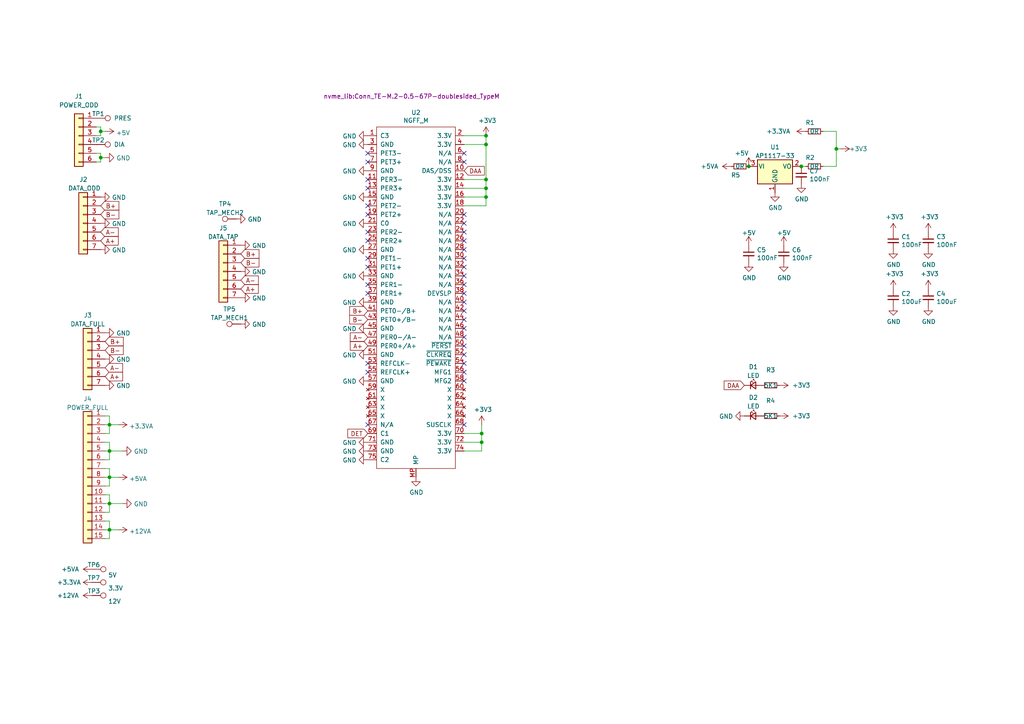
<source format=kicad_sch>
(kicad_sch (version 20230121) (generator eeschema)
  (paper "A4")
  (lib_symbols
    (symbol "Connector:TestPoint" (pin_numbers hide) (pin_names (offset 0.762) hide)
      (property "Reference" "TP" (at 0 6.858 0))
      (property "Value" "TestPoint" (at 0 5.08 0))
      (symbol "TestPoint_0_1"
        (circle (center 0 3.302) (radius 0.762))
      )
      (symbol "TestPoint_1_1"
        (pin passive line (at 0 0 90) (length 2.54) (name "1") (number "1"))
      )
    )
    (symbol "Connector_Generic:Conn_01x06" (pin_names (offset 1.016) hide)
      (property "Reference" "J" (at 0 7.62 0))
      (property "Value" "Conn_01x06" (at 0 -10.16 0))
      (symbol "Conn_01x06_1_1"
        (rectangle (start -1.27 -7.493) (end 0 -7.747) (stroke (width 0.1524)))
        (rectangle (start -1.27 -4.953) (end 0 -5.207) (stroke (width 0.1524)))
        (rectangle (start -1.27 -2.413) (end 0 -2.667) (stroke (width 0.1524)))
        (rectangle (start -1.27 0.127) (end 0 -0.127) (stroke (width 0.1524)))
        (rectangle (start -1.27 2.667) (end 0 2.413) (stroke (width 0.1524)))
        (rectangle (start -1.27 5.207) (end 0 4.953) (stroke (width 0.1524)))
        (rectangle (start -1.27 6.35) (end 1.27 -8.89) (stroke (width 0.254)) (fill (type background)))
        (pin passive line (at -5.08 5.08 0) (length 3.81) (name "Pin_1") (number "1"))
        (pin passive line (at -5.08 2.54 0) (length 3.81) (name "Pin_2") (number "2"))
        (pin passive line (at -5.08 0 0) (length 3.81) (name "Pin_3") (number "3"))
        (pin passive line (at -5.08 -2.54 0) (length 3.81) (name "Pin_4") (number "4"))
        (pin passive line (at -5.08 -5.08 0) (length 3.81) (name "Pin_5") (number "5"))
        (pin passive line (at -5.08 -7.62 0) (length 3.81) (name "Pin_6") (number "6"))
      )
    )
    (symbol "Connector_Generic:Conn_01x07" (pin_names (offset 1.016) hide)
      (property "Reference" "J" (at 0 10.16 0))
      (property "Value" "Conn_01x07" (at 0 -10.16 0))
      (symbol "Conn_01x07_1_1"
        (rectangle (start -1.27 -7.493) (end 0 -7.747) (stroke (width 0.1524)))
        (rectangle (start -1.27 -4.953) (end 0 -5.207) (stroke (width 0.1524)))
        (rectangle (start -1.27 -2.413) (end 0 -2.667) (stroke (width 0.1524)))
        (rectangle (start -1.27 0.127) (end 0 -0.127) (stroke (width 0.1524)))
        (rectangle (start -1.27 2.667) (end 0 2.413) (stroke (width 0.1524)))
        (rectangle (start -1.27 5.207) (end 0 4.953) (stroke (width 0.1524)))
        (rectangle (start -1.27 7.747) (end 0 7.493) (stroke (width 0.1524)))
        (rectangle (start -1.27 8.89) (end 1.27 -8.89) (stroke (width 0.254)) (fill (type background)))
        (pin passive line (at -5.08 7.62 0) (length 3.81) (name "Pin_1") (number "1"))
        (pin passive line (at -5.08 5.08 0) (length 3.81) (name "Pin_2") (number "2"))
        (pin passive line (at -5.08 2.54 0) (length 3.81) (name "Pin_3") (number "3"))
        (pin passive line (at -5.08 0 0) (length 3.81) (name "Pin_4") (number "4"))
        (pin passive line (at -5.08 -2.54 0) (length 3.81) (name "Pin_5") (number "5"))
        (pin passive line (at -5.08 -5.08 0) (length 3.81) (name "Pin_6") (number "6"))
        (pin passive line (at -5.08 -7.62 0) (length 3.81) (name "Pin_7") (number "7"))
      )
    )
    (symbol "Connector_Generic:Conn_01x15" (pin_names (offset 1.016) hide)
      (property "Reference" "J" (at 0 20.32 0))
      (property "Value" "Conn_01x15" (at 0 -20.32 0))
      (symbol "Conn_01x15_1_1"
        (rectangle (start -1.27 -17.653) (end 0 -17.907) (stroke (width 0.1524)))
        (rectangle (start -1.27 -15.113) (end 0 -15.367) (stroke (width 0.1524)))
        (rectangle (start -1.27 -12.573) (end 0 -12.827) (stroke (width 0.1524)))
        (rectangle (start -1.27 -10.033) (end 0 -10.287) (stroke (width 0.1524)))
        (rectangle (start -1.27 -7.493) (end 0 -7.747) (stroke (width 0.1524)))
        (rectangle (start -1.27 -4.953) (end 0 -5.207) (stroke (width 0.1524)))
        (rectangle (start -1.27 -2.413) (end 0 -2.667) (stroke (width 0.1524)))
        (rectangle (start -1.27 0.127) (end 0 -0.127) (stroke (width 0.1524)))
        (rectangle (start -1.27 2.667) (end 0 2.413) (stroke (width 0.1524)))
        (rectangle (start -1.27 5.207) (end 0 4.953) (stroke (width 0.1524)))
        (rectangle (start -1.27 7.747) (end 0 7.493) (stroke (width 0.1524)))
        (rectangle (start -1.27 10.287) (end 0 10.033) (stroke (width 0.1524)))
        (rectangle (start -1.27 12.827) (end 0 12.573) (stroke (width 0.1524)))
        (rectangle (start -1.27 15.367) (end 0 15.113) (stroke (width 0.1524)))
        (rectangle (start -1.27 17.907) (end 0 17.653) (stroke (width 0.1524)))
        (rectangle (start -1.27 19.05) (end 1.27 -19.05) (stroke (width 0.254)) (fill (type background)))
        (pin passive line (at -5.08 17.78 0) (length 3.81) (name "Pin_1") (number "1"))
        (pin passive line (at -5.08 -5.08 0) (length 3.81) (name "Pin_10") (number "10"))
        (pin passive line (at -5.08 -7.62 0) (length 3.81) (name "Pin_11") (number "11"))
        (pin passive line (at -5.08 -10.16 0) (length 3.81) (name "Pin_12") (number "12"))
        (pin passive line (at -5.08 -12.7 0) (length 3.81) (name "Pin_13") (number "13"))
        (pin passive line (at -5.08 -15.24 0) (length 3.81) (name "Pin_14") (number "14"))
        (pin passive line (at -5.08 -17.78 0) (length 3.81) (name "Pin_15") (number "15"))
        (pin passive line (at -5.08 15.24 0) (length 3.81) (name "Pin_2") (number "2"))
        (pin passive line (at -5.08 12.7 0) (length 3.81) (name "Pin_3") (number "3"))
        (pin passive line (at -5.08 10.16 0) (length 3.81) (name "Pin_4") (number "4"))
        (pin passive line (at -5.08 7.62 0) (length 3.81) (name "Pin_5") (number "5"))
        (pin passive line (at -5.08 5.08 0) (length 3.81) (name "Pin_6") (number "6"))
        (pin passive line (at -5.08 2.54 0) (length 3.81) (name "Pin_7") (number "7"))
        (pin passive line (at -5.08 0 0) (length 3.81) (name "Pin_8") (number "8"))
        (pin passive line (at -5.08 -2.54 0) (length 3.81) (name "Pin_9") (number "9"))
      )
    )
    (symbol "Device:C_Small" (pin_numbers hide) (pin_names (offset 0.254) hide)
      (property "Reference" "C" (at 0.254 1.778 0))
      (property "Value" "C_Small" (at 0.254 -2.032 0))
      (symbol "C_Small_0_1"
        (polyline (pts (xy -1.524 -0.508) (xy 1.524 -0.508)) (stroke (width 0.3302)))
        (polyline (pts (xy -1.524 0.508) (xy 1.524 0.508)) (stroke (width 0.3048)))
      )
      (symbol "C_Small_1_1"
        (pin passive line (at 0 2.54 270) (length 2.032) (name "~") (number "1"))
        (pin passive line (at 0 -2.54 90) (length 2.032) (name "~") (number "2"))
      )
    )
    (symbol "Device:LED_Small" (pin_numbers hide) (pin_names (offset 0.254) hide)
      (property "Reference" "D" (at -1.27 3.175 0))
      (property "Value" "LED_Small" (at -4.445 -2.54 0))
      (symbol "LED_Small_0_1"
        (polyline (pts (xy -0.762 -1.016) (xy -0.762 1.016)) (stroke (width 0.254)))
        (polyline (pts (xy 1.016 0) (xy -0.762 0)))
        (polyline (pts (xy 0.762 -1.016) (xy -0.762 0) (xy 0.762 1.016) (xy 0.762 -1.016)) (stroke (width 0.254)))
        (polyline (pts (xy 0 0.762) (xy -0.508 1.27) (xy -0.254 1.27) (xy -0.508 1.27) (xy -0.508 1.016)))
        (polyline (pts (xy 0.508 1.27) (xy 0 1.778) (xy 0.254 1.778) (xy 0 1.778) (xy 0 1.524)))
      )
      (symbol "LED_Small_1_1"
        (pin passive line (at -2.54 0 0) (length 1.778) (name "K") (number "1"))
        (pin passive line (at 2.54 0 180) (length 1.778) (name "A") (number "2"))
      )
    )
    (symbol "Device:R_Small" (pin_numbers hide) (pin_names (offset 0.254) hide)
      (property "Reference" "R" (at 0.762 0.508 0))
      (property "Value" "R_Small" (at 0.762 -1.016 0))
      (symbol "R_Small_0_1"
        (rectangle (start -0.762 1.778) (end 0.762 -1.778) (stroke (width 0.2032)))
      )
      (symbol "R_Small_1_1"
        (pin passive line (at 0 2.54 270) (length 0.762) (name "~") (number "1"))
        (pin passive line (at 0 -2.54 90) (length 0.762) (name "~") (number "2"))
      )
    )
    (symbol "Regulator_Linear:AP1117-33" (pin_names (offset 0.254))
      (property "Reference" "U" (at -3.81 3.175 0))
      (property "Value" "AP1117-33" (at 0 3.175 0))
      (symbol "AP1117-33_0_1"
        (rectangle (start -5.08 -5.08) (end 5.08 1.905) (stroke (width 0.254)) (fill (type background)))
      )
      (symbol "AP1117-33_1_1"
        (pin power_in line (at 0 -7.62 90) (length 2.54) (name "GND") (number "1"))
        (pin power_out line (at 7.62 0 180) (length 2.54) (name "VO") (number "2"))
        (pin power_in line (at -7.62 0 0) (length 2.54) (name "VI") (number "3"))
      )
    )
    (symbol "nvme:NGFF_M" (pin_names (offset 1.016))
      (property "Reference" "U2" (at 0 38.481 0))
      (property "Value" "NGFF_M" (at 0 36.1696 0))
      (property "Footprint" "nvme_lib:Conn_TE-M.2-0.5-67P-doublesided_TypeM" (at 0 0 0))
      (symbol "NGFF_M_0_1"
        (rectangle (start -11.43 34.29) (end 11.43 -64.77))
      )
      (symbol "NGFF_M_1_1"
        (pin input line (at -13.97 31.75 0) (length 2.54) (name "C3") (number "1"))
        (pin input line (at 13.97 21.59 180) (length 2.54) (name "DAS/DSS") (number "10"))
        (pin input line (at -13.97 19.05 0) (length 2.54) (name "PER3-") (number "11"))
        (pin input line (at 13.97 19.05 180) (length 2.54) (name "3.3V") (number "12"))
        (pin input line (at -13.97 16.51 0) (length 2.54) (name "PER3+") (number "13"))
        (pin input line (at 13.97 16.51 180) (length 2.54) (name "3.3V") (number "14"))
        (pin input line (at -13.97 13.97 0) (length 2.54) (name "GND") (number "15"))
        (pin input line (at 13.97 13.97 180) (length 2.54) (name "3.3V") (number "16"))
        (pin input line (at -13.97 11.43 0) (length 2.54) (name "PET2-") (number "17"))
        (pin input line (at 13.97 11.43 180) (length 2.54) (name "3.3V") (number "18"))
        (pin input line (at -13.97 8.89 0) (length 2.54) (name "PET2+") (number "19"))
        (pin input line (at 13.97 31.75 180) (length 2.54) (name "3.3V") (number "2"))
        (pin input line (at 13.97 8.89 180) (length 2.54) (name "N/A") (number "20"))
        (pin input line (at -13.97 6.35 0) (length 2.54) (name "C0") (number "21"))
        (pin input line (at 13.97 6.35 180) (length 2.54) (name "N/A") (number "22"))
        (pin input line (at -13.97 3.81 0) (length 2.54) (name "PER2-") (number "23"))
        (pin input line (at 13.97 3.81 180) (length 2.54) (name "N/A") (number "24"))
        (pin input line (at -13.97 1.27 0) (length 2.54) (name "PER2+") (number "25"))
        (pin input line (at 13.97 1.27 180) (length 2.54) (name "N/A") (number "26"))
        (pin input line (at -13.97 -1.27 0) (length 2.54) (name "GND") (number "27"))
        (pin input line (at 13.97 -1.27 180) (length 2.54) (name "N/A") (number "28"))
        (pin input line (at -13.97 -3.81 0) (length 2.54) (name "PET1-") (number "29"))
        (pin input line (at -13.97 29.21 0) (length 2.54) (name "GND") (number "3"))
        (pin input line (at 13.97 -3.81 180) (length 2.54) (name "N/A") (number "30"))
        (pin input line (at -13.97 -6.35 0) (length 2.54) (name "PET1+") (number "31"))
        (pin input line (at 13.97 -6.35 180) (length 2.54) (name "N/A") (number "32"))
        (pin input line (at -13.97 -8.89 0) (length 2.54) (name "GND") (number "33"))
        (pin input line (at 13.97 -8.89 180) (length 2.54) (name "N/A") (number "34"))
        (pin input line (at -13.97 -11.43 0) (length 2.54) (name "PER1-") (number "35"))
        (pin input line (at 13.97 -11.43 180) (length 2.54) (name "N/A") (number "36"))
        (pin input line (at -13.97 -13.97 0) (length 2.54) (name "PER1+") (number "37"))
        (pin input line (at 13.97 -13.97 180) (length 2.54) (name "DEVSLP") (number "38"))
        (pin input line (at -13.97 -16.51 0) (length 2.54) (name "GND") (number "39"))
        (pin input line (at 13.97 29.21 180) (length 2.54) (name "3.3V") (number "4"))
        (pin input line (at 13.97 -16.51 180) (length 2.54) (name "N/A") (number "40"))
        (pin input line (at -13.97 -19.05 0) (length 2.54) (name "PET0-/B+") (number "41"))
        (pin input line (at 13.97 -19.05 180) (length 2.54) (name "N/A") (number "42"))
        (pin input line (at -13.97 -21.59 0) (length 2.54) (name "PET0+/B-") (number "43"))
        (pin input line (at 13.97 -21.59 180) (length 2.54) (name "N/A") (number "44"))
        (pin input line (at -13.97 -24.13 0) (length 2.54) (name "GND") (number "45"))
        (pin input line (at 13.97 -24.13 180) (length 2.54) (name "N/A") (number "46"))
        (pin input line (at -13.97 -26.67 0) (length 2.54) (name "PER0-/A-") (number "47"))
        (pin input line (at 13.97 -26.67 180) (length 2.54) (name "N/A") (number "48"))
        (pin input line (at -13.97 -29.21 0) (length 2.54) (name "PER0+/A+") (number "49"))
        (pin input line (at -13.97 26.67 0) (length 2.54) (name "PET3-") (number "5"))
        (pin input line (at 13.97 -29.21 180) (length 2.54) (name "~{PERST}") (number "50"))
        (pin input line (at -13.97 -31.75 0) (length 2.54) (name "GND") (number "51"))
        (pin input line (at 13.97 -31.75 180) (length 2.54) (name "~{CLKREQ}") (number "52"))
        (pin input line (at -13.97 -34.29 0) (length 2.54) (name "REFCLK-") (number "53"))
        (pin input line (at 13.97 -34.29 180) (length 2.54) (name "~{PEWAKE}") (number "54"))
        (pin input line (at -13.97 -36.83 0) (length 2.54) (name "REFCLK+") (number "55"))
        (pin input line (at 13.97 -36.83 180) (length 2.54) (name "MFG1") (number "56"))
        (pin input line (at -13.97 -39.37 0) (length 2.54) (name "GND") (number "57"))
        (pin input line (at 13.97 -39.37 180) (length 2.54) (name "MFG2") (number "58"))
        (pin no_connect line (at -13.97 -41.91 0) (length 2.54) (name "X") (number "59"))
        (pin input line (at 13.97 26.67 180) (length 2.54) (name "N/A") (number "6"))
        (pin no_connect line (at 13.97 -41.91 180) (length 2.54) (name "X") (number "60"))
        (pin no_connect line (at -13.97 -44.45 0) (length 2.54) (name "X") (number "61"))
        (pin no_connect line (at 13.97 -44.45 180) (length 2.54) (name "X") (number "62"))
        (pin no_connect line (at -13.97 -46.99 0) (length 2.54) (name "X") (number "63"))
        (pin no_connect line (at 13.97 -46.99 180) (length 2.54) (name "X") (number "64"))
        (pin no_connect line (at -13.97 -49.53 0) (length 2.54) (name "X") (number "65"))
        (pin no_connect line (at 13.97 -49.53 180) (length 2.54) (name "X") (number "66"))
        (pin input line (at -13.97 -52.07 0) (length 2.54) (name "N/A") (number "67"))
        (pin input line (at 13.97 -52.07 180) (length 2.54) (name "SUSCLK") (number "68"))
        (pin input line (at -13.97 -54.61 0) (length 2.54) (name "C1") (number "69"))
        (pin input line (at -13.97 24.13 0) (length 2.54) (name "PET3+") (number "7"))
        (pin input line (at 13.97 -54.61 180) (length 2.54) (name "3.3V") (number "70"))
        (pin input line (at -13.97 -57.15 0) (length 2.54) (name "GND") (number "71"))
        (pin input line (at 13.97 -57.15 180) (length 2.54) (name "3.3V") (number "72"))
        (pin input line (at -13.97 -59.69 0) (length 2.54) (name "GND") (number "73"))
        (pin input line (at 13.97 -59.69 180) (length 2.54) (name "3.3V") (number "74"))
        (pin input line (at -13.97 -62.23 0) (length 2.54) (name "C2") (number "75"))
        (pin input line (at 13.97 24.13 180) (length 2.54) (name "N/A") (number "8"))
        (pin input line (at -13.97 21.59 0) (length 2.54) (name "GND") (number "9"))
        (pin input line (at 0 -67.31 90) (length 2.54) (name "MP") (number "MP"))
      )
    )
    (symbol "pcb_sata_to_m2b-rescue:+3.3V-power" (power) (pin_names (offset 0))
      (property "Value" "+3.3V-power" (at 0 3.556 0))
      (symbol "+3.3V-power_0_1"
        (polyline (pts (xy -0.762 1.27) (xy 0 2.54)))
        (polyline (pts (xy 0 0) (xy 0 2.54)))
        (polyline (pts (xy 0 2.54) (xy 0.762 1.27)))
      )
      (symbol "+3.3V-power_1_1"
        (pin power_in line (at 0 0 90) (length 0) hide (name "+3V3") (number "1"))
      )
    )
    (symbol "power:+12VA" (power) (pin_names (offset 0))
      (property "Value" "+12VA" (at 0 3.556 0))
      (symbol "+12VA_0_1"
        (polyline (pts (xy -0.762 1.27) (xy 0 2.54)))
        (polyline (pts (xy 0 0) (xy 0 2.54)))
        (polyline (pts (xy 0 2.54) (xy 0.762 1.27)))
      )
      (symbol "+12VA_1_1"
        (pin power_in line (at 0 0 90) (length 0) hide (name "+12VA") (number "1"))
      )
    )
    (symbol "power:+3.3VA" (power) (pin_names (offset 0))
      (property "Value" "+3.3VA" (at 0 3.556 0))
      (symbol "+3.3VA_0_1"
        (polyline (pts (xy -0.762 1.27) (xy 0 2.54)))
        (polyline (pts (xy 0 0) (xy 0 2.54)))
        (polyline (pts (xy 0 2.54) (xy 0.762 1.27)))
      )
      (symbol "+3.3VA_1_1"
        (pin power_in line (at 0 0 90) (length 0) hide (name "+3.3VA") (number "1"))
      )
    )
    (symbol "power:+5V" (power) (pin_names (offset 0))
      (property "Value" "+5V" (at 0 3.556 0))
      (symbol "+5V_0_1"
        (polyline (pts (xy -0.762 1.27) (xy 0 2.54)))
        (polyline (pts (xy 0 0) (xy 0 2.54)))
        (polyline (pts (xy 0 2.54) (xy 0.762 1.27)))
      )
      (symbol "+5V_1_1"
        (pin power_in line (at 0 0 90) (length 0) hide (name "+5V") (number "1"))
      )
    )
    (symbol "power:+5VA" (power) (pin_names (offset 0))
      (property "Value" "+5VA" (at 0 3.556 0))
      (symbol "+5VA_0_1"
        (polyline (pts (xy -0.762 1.27) (xy 0 2.54)))
        (polyline (pts (xy 0 0) (xy 0 2.54)))
        (polyline (pts (xy 0 2.54) (xy 0.762 1.27)))
      )
      (symbol "+5VA_1_1"
        (pin power_in line (at 0 0 90) (length 0) hide (name "+5VA") (number "1"))
      )
    )
    (symbol "power:GND" (power) (pin_names (offset 0))
      (property "Value" "GND" (at 0 -3.81 0))
      (symbol "GND_0_1"
        (polyline (pts (xy 0 0) (xy 0 -1.27) (xy 1.27 -1.27) (xy 0 -2.54) (xy -1.27 -1.27) (xy 0 -1.27)))
      )
      (symbol "GND_1_1"
        (pin power_in line (at 0 0 270) (length 0) hide (name "GND") (number "1"))
      )
    )
  )
  (junction (at 140.97 39.37))
  (junction (at 29.21 45.72))
  (junction (at 217.17 48.26))
  (junction (at 140.97 57.15))
  (junction (at 29.21 38.1))
  (junction (at 140.97 41.91))
  (junction (at 31.75 138.43))
  (junction (at 232.41 48.26))
  (junction (at 31.75 146.05))
  (junction (at 242.57 43.18))
  (junction (at 31.75 153.67))
  (junction (at 139.7 125.73))
  (junction (at 140.97 54.61))
  (junction (at 140.97 52.07))
  (junction (at 31.75 130.81))
  (junction (at 139.7 128.27))
  (junction (at 31.75 123.19))
  (no_connect (at 106.68 44.45))
  (no_connect (at 134.62 110.49))
  (no_connect (at 106.68 123.19))
  (no_connect (at 134.62 72.39))
  (no_connect (at 134.62 64.77))
  (no_connect (at 134.62 92.71))
  (no_connect (at 134.62 90.17))
  (no_connect (at 134.62 74.93))
  (no_connect (at 134.62 67.31))
  (no_connect (at 134.62 82.55))
  (no_connect (at 106.68 77.47))
  (no_connect (at 106.68 69.85))
  (no_connect (at 106.68 62.23))
  (no_connect (at 134.62 77.47))
  (no_connect (at 134.62 107.95))
  (no_connect (at 134.62 97.79))
  (no_connect (at 134.62 69.85))
  (no_connect (at 134.62 85.09))
  (no_connect (at 106.68 105.41))
  (no_connect (at 106.68 107.95))
  (no_connect (at 134.62 105.41))
  (no_connect (at 134.62 102.87))
  (no_connect (at 134.62 100.33))
  (no_connect (at 106.68 59.69))
  (no_connect (at 106.68 74.93))
  (no_connect (at 106.68 67.31))
  (no_connect (at 106.68 85.09))
  (no_connect (at 106.68 82.55))
  (no_connect (at 106.68 54.61))
  (no_connect (at 106.68 46.99))
  (no_connect (at 134.62 44.45))
  (no_connect (at 134.62 62.23))
  (no_connect (at 106.68 52.07))
  (no_connect (at 134.62 46.99))
  (no_connect (at 134.62 80.01))
  (no_connect (at 134.62 123.19))
  (no_connect (at 134.62 95.25))
  (no_connect (at 134.62 87.63))
  (wire (pts (xy 242.57 43.18) (xy 242.57 48.26)))
  (wire (pts (xy 31.75 153.67) (xy 34.29 153.67)))
  (wire (pts (xy 31.75 133.35) (xy 31.75 130.81)))
  (wire (pts (xy 30.48 138.43) (xy 31.75 138.43)))
  (wire (pts (xy 31.75 146.05) (xy 35.56 146.05)))
  (wire (pts (xy 30.48 123.19) (xy 31.75 123.19)))
  (wire (pts (xy 134.62 130.81) (xy 139.7 130.81)))
  (wire (pts (xy 31.75 146.05) (xy 31.75 143.51)))
  (wire (pts (xy 27.94 39.37) (xy 29.21 39.37)))
  (wire (pts (xy 139.7 130.81) (xy 139.7 128.27)))
  (wire (pts (xy 134.62 125.73) (xy 139.7 125.73)))
  (wire (pts (xy 140.97 52.07) (xy 140.97 54.61)))
  (wire (pts (xy 29.21 46.99) (xy 29.21 45.72)))
  (wire (pts (xy 134.62 52.07) (xy 140.97 52.07)))
  (wire (pts (xy 30.48 125.73) (xy 31.75 125.73)))
  (wire (pts (xy 140.97 39.37) (xy 140.97 41.91)))
  (wire (pts (xy 31.75 130.81) (xy 35.56 130.81)))
  (wire (pts (xy 134.62 57.15) (xy 140.97 57.15)))
  (wire (pts (xy 31.75 130.81) (xy 31.75 128.27)))
  (wire (pts (xy 30.48 146.05) (xy 31.75 146.05)))
  (wire (pts (xy 30.48 140.97) (xy 31.75 140.97)))
  (wire (pts (xy 140.97 57.15) (xy 140.97 59.69)))
  (wire (pts (xy 242.57 43.18) (xy 243.84 43.18)))
  (wire (pts (xy 30.48 153.67) (xy 31.75 153.67)))
  (wire (pts (xy 139.7 125.73) (xy 139.7 123.19)))
  (wire (pts (xy 238.76 38.1) (xy 242.57 38.1)))
  (wire (pts (xy 140.97 39.37) (xy 134.62 39.37)))
  (wire (pts (xy 140.97 59.69) (xy 134.62 59.69)))
  (wire (pts (xy 140.97 54.61) (xy 140.97 57.15)))
  (wire (pts (xy 31.75 140.97) (xy 31.75 138.43)))
  (wire (pts (xy 30.48 133.35) (xy 31.75 133.35)))
  (wire (pts (xy 31.75 138.43) (xy 34.29 138.43)))
  (wire (pts (xy 242.57 38.1) (xy 242.57 43.18)))
  (wire (pts (xy 30.48 148.59) (xy 31.75 148.59)))
  (wire (pts (xy 29.21 38.1) (xy 29.21 36.83)))
  (wire (pts (xy 238.76 48.26) (xy 242.57 48.26)))
  (wire (pts (xy 27.94 46.99) (xy 29.21 46.99)))
  (wire (pts (xy 31.75 138.43) (xy 31.75 135.89)))
  (wire (pts (xy 31.75 153.67) (xy 31.75 151.13)))
  (wire (pts (xy 31.75 123.19) (xy 34.29 123.19)))
  (wire (pts (xy 31.75 125.73) (xy 31.75 123.19)))
  (wire (pts (xy 134.62 41.91) (xy 140.97 41.91)))
  (wire (pts (xy 30.48 128.27) (xy 31.75 128.27)))
  (wire (pts (xy 31.75 120.65) (xy 30.48 120.65)))
  (wire (pts (xy 29.21 45.72) (xy 30.48 45.72)))
  (wire (pts (xy 30.48 143.51) (xy 31.75 143.51)))
  (wire (pts (xy 140.97 41.91) (xy 140.97 52.07)))
  (wire (pts (xy 139.7 128.27) (xy 139.7 125.73)))
  (wire (pts (xy 31.75 135.89) (xy 30.48 135.89)))
  (wire (pts (xy 30.48 156.21) (xy 31.75 156.21)))
  (wire (pts (xy 139.7 128.27) (xy 134.62 128.27)))
  (wire (pts (xy 30.48 130.81) (xy 31.75 130.81)))
  (wire (pts (xy 140.97 54.61) (xy 134.62 54.61)))
  (wire (pts (xy 31.75 151.13) (xy 30.48 151.13)))
  (wire (pts (xy 29.21 44.45) (xy 27.94 44.45)))
  (wire (pts (xy 29.21 45.72) (xy 29.21 44.45)))
  (wire (pts (xy 31.75 156.21) (xy 31.75 153.67)))
  (wire (pts (xy 29.21 36.83) (xy 27.94 36.83)))
  (wire (pts (xy 29.21 38.1) (xy 30.48 38.1)))
  (wire (pts (xy 29.21 39.37) (xy 29.21 38.1)))
  (wire (pts (xy 31.75 148.59) (xy 31.75 146.05)))
  (wire (pts (xy 232.41 48.26) (xy 233.68 48.26)))
  (wire (pts (xy 31.75 123.19) (xy 31.75 120.65)))
  (global_label "A+" (shape input) (at 30.48 109.22 0) (property "Intersheetrefs" "${INTERSHEET_REFS}" (effects hide)))
  (global_label "A-" (shape input) (at 30.48 106.68 0) (property "Intersheetrefs" "${INTERSHEET_REFS}" (effects hide)))
  (global_label "DET" (shape input) (at 106.68 125.73 180) (property "Intersheetrefs" "${INTERSHEET_REFS}" (effects hide)))
  (global_label "B+" (shape input) (at 29.21 59.69 0) (property "Intersheetrefs" "${INTERSHEET_REFS}" (effects hide)))
  (global_label "B-" (shape input) (at 106.68 92.71 180) (property "Intersheetrefs" "${INTERSHEET_REFS}" (effects hide)))
  (global_label "A-" (shape input) (at 29.21 67.31 0) (property "Intersheetrefs" "${INTERSHEET_REFS}" (effects hide)))
  (global_label "A-" (shape input) (at 69.85 81.28 0) (property "Intersheetrefs" "${INTERSHEET_REFS}" (effects hide)))
  (global_label "B+" (shape input) (at 30.48 99.06 0) (property "Intersheetrefs" "${INTERSHEET_REFS}" (effects hide)))
  (global_label "B+" (shape input) (at 69.85 73.66 0) (property "Intersheetrefs" "${INTERSHEET_REFS}" (effects hide)))
  (global_label "B-" (shape input) (at 69.85 76.2 0) (property "Intersheetrefs" "${INTERSHEET_REFS}" (effects hide)))
  (global_label "DAA" (shape input) (at 215.9 111.76 180) (property "Intersheetrefs" "${INTERSHEET_REFS}" (effects hide)))
  (global_label "A+" (shape input) (at 29.21 69.85 0) (property "Intersheetrefs" "${INTERSHEET_REFS}" (effects hide)))
  (global_label "B-" (shape input) (at 30.48 101.6 0) (property "Intersheetrefs" "${INTERSHEET_REFS}" (effects hide)))
  (global_label "A+" (shape input) (at 69.85 83.82 0) (property "Intersheetrefs" "${INTERSHEET_REFS}" (effects hide)))
  (global_label "A+" (shape input) (at 106.68 100.33 180) (property "Intersheetrefs" "${INTERSHEET_REFS}" (effects hide)))
  (global_label "DAA" (shape input) (at 134.62 49.53 0) (property "Intersheetrefs" "${INTERSHEET_REFS}" (effects hide)))
  (global_label "B+" (shape input) (at 106.68 90.17 180) (property "Intersheetrefs" "${INTERSHEET_REFS}" (effects hide)))
  (global_label "B-" (shape input) (at 29.21 62.23 0) (property "Intersheetrefs" "${INTERSHEET_REFS}" (effects hide)))
  (global_label "A-" (shape input) (at 106.68 97.79 180) (property "Intersheetrefs" "${INTERSHEET_REFS}" (effects hide)))
  (symbol (lib_id "nvme:NGFF_M") (at 120.65 71.12 0) (unit 1)
    (property "Reference" "U2" (at 120.65 32.639 0))
    (property "Value" "NGFF_M" (at 120.65 34.9504 0))
    (property "Footprint" "nvme_lib:Conn_TE-M.2-0.5-67P-doublesided_TypeM" (at 119.38 27.94 0))
  )
  (symbol (lib_id "pcb_sata_to_m2b-rescue:+3.3V-power") (at 140.97 39.37 0) (unit 1)
    (property "Reference" "#PWR0105" (effects hide))
    (property "Value" "+3.3V" (at 141.351 34.9758 0))
  )
  (symbol (lib_id "power:GND") (at 106.68 110.49 270) (unit 1)
    (property "Reference" "#PWR0106" (effects hide))
    (property "Value" "GND" (at 103.4288 110.617 90) (effects (justify right)))
  )
  (symbol (lib_id "power:GND") (at 106.68 128.27 270) (unit 1)
    (property "Reference" "#PWR0107" (effects hide))
    (property "Value" "GND" (at 103.4288 128.397 90) (effects (justify right)))
  )
  (symbol (lib_id "power:GND") (at 106.68 130.81 270) (unit 1)
    (property "Reference" "#PWR0108" (effects hide))
    (property "Value" "GND" (at 103.4288 130.937 90) (effects (justify right)))
  )
  (symbol (lib_id "power:GND") (at 106.68 102.87 270) (unit 1)
    (property "Reference" "#PWR0109" (effects hide))
    (property "Value" "GND" (at 103.4288 102.997 90) (effects (justify right)))
  )
  (symbol (lib_id "power:GND") (at 106.68 95.25 270) (unit 1)
    (property "Reference" "#PWR0110" (effects hide))
    (property "Value" "GND" (at 103.4288 95.377 90) (effects (justify right)))
  )
  (symbol (lib_id "power:GND") (at 106.68 87.63 270) (unit 1)
    (property "Reference" "#PWR0111" (effects hide))
    (property "Value" "GND" (at 103.4288 87.757 90) (effects (justify right)))
  )
  (symbol (lib_id "power:GND") (at 106.68 80.01 270) (unit 1)
    (property "Reference" "#PWR0112" (effects hide))
    (property "Value" "GND" (at 103.4288 80.137 90) (effects (justify right)))
  )
  (symbol (lib_id "power:GND") (at 106.68 72.39 270) (unit 1)
    (property "Reference" "#PWR0113" (effects hide))
    (property "Value" "GND" (at 103.4288 72.517 90) (effects (justify right)))
  )
  (symbol (lib_id "power:GND") (at 106.68 57.15 270) (unit 1)
    (property "Reference" "#PWR0114" (effects hide))
    (property "Value" "GND" (at 103.4288 57.277 90) (effects (justify right)))
  )
  (symbol (lib_id "power:GND") (at 106.68 49.53 270) (unit 1)
    (property "Reference" "#PWR0115" (effects hide))
    (property "Value" "GND" (at 103.4288 49.657 90) (effects (justify right)))
  )
  (symbol (lib_id "power:GND") (at 106.68 39.37 270) (unit 1)
    (property "Reference" "#PWR0116" (effects hide))
    (property "Value" "GND" (at 103.4288 39.497 90) (effects (justify right)))
  )
  (symbol (lib_id "power:GND") (at 106.68 41.91 270) (unit 1)
    (property "Reference" "#PWR0117" (effects hide))
    (property "Value" "GND" (at 103.4288 42.037 90) (effects (justify right)))
  )
  (symbol (lib_id "power:GND") (at 106.68 64.77 270) (unit 1)
    (property "Reference" "#PWR0118" (effects hide))
    (property "Value" "GND" (at 103.4288 64.897 90) (effects (justify right)))
  )
  (symbol (lib_id "pcb_sata_to_m2b-rescue:+3.3V-power") (at 139.7 123.19 0) (unit 1)
    (property "Reference" "#PWR0119" (effects hide))
    (property "Value" "+3.3V" (at 140.081 118.7958 0))
  )
  (symbol (lib_id "power:GND") (at 106.68 133.35 270) (unit 1)
    (property "Reference" "#PWR0120" (effects hide))
    (property "Value" "GND" (at 103.4288 133.477 90) (effects (justify right)))
  )
  (symbol (lib_id "power:GND") (at 120.65 138.43 0) (unit 1)
    (property "Reference" "#PWR0136" (effects hide))
    (property "Value" "GND" (at 120.777 142.8242 0))
  )
  (symbol (lib_id "Device:C_Small") (at 269.24 69.85 0) (unit 1)
    (property "Reference" "C3" (at 271.5768 68.6816 0) (effects (justify left)))
    (property "Value" "100nF" (at 271.5768 70.993 0) (effects (justify left)))
    (property "Footprint" "Capacitor_SMD:C_0805_2012Metric" (effects hide))
  )
  (symbol (lib_id "power:GND") (at 269.24 72.39 0) (unit 1)
    (property "Reference" "#PWR0137" (effects hide))
    (property "Value" "GND" (at 269.367 76.7842 0))
  )
  (symbol (lib_id "pcb_sata_to_m2b-rescue:+3.3V-power") (at 269.24 67.31 0) (unit 1)
    (property "Reference" "#PWR0138" (effects hide))
    (property "Value" "+3.3V" (at 269.621 62.9158 0))
  )
  (symbol (lib_id "Device:C_Small") (at 259.08 69.85 0) (unit 1)
    (property "Reference" "C1" (at 261.4168 68.6816 0) (effects (justify left)))
    (property "Value" "100nF" (at 261.4168 70.993 0) (effects (justify left)))
    (property "Footprint" "Capacitor_SMD:C_0805_2012Metric" (effects hide))
  )
  (symbol (lib_id "power:GND") (at 259.08 72.39 0) (unit 1)
    (property "Reference" "#PWR0139" (effects hide))
    (property "Value" "GND" (at 259.207 76.7842 0))
  )
  (symbol (lib_id "pcb_sata_to_m2b-rescue:+3.3V-power") (at 259.08 67.31 0) (unit 1)
    (property "Reference" "#PWR0140" (effects hide))
    (property "Value" "+3.3V" (at 259.461 62.9158 0))
  )
  (symbol (lib_id "Device:C_Small") (at 269.24 86.36 0) (unit 1)
    (property "Reference" "C4" (at 271.5768 85.1916 0) (effects (justify left)))
    (property "Value" "100uF" (at 271.5768 87.503 0) (effects (justify left)))
    (property "Footprint" "Capacitor_Tantalum_SMD:CP_EIA-2012-12_Kemet-R_Pad1.30x1.05mm_HandSolder" (effects hide))
  )
  (symbol (lib_id "power:GND") (at 269.24 88.9 0) (unit 1)
    (property "Reference" "#PWR0141" (effects hide))
    (property "Value" "GND" (at 269.367 93.2942 0))
  )
  (symbol (lib_id "pcb_sata_to_m2b-rescue:+3.3V-power") (at 269.24 83.82 0) (unit 1)
    (property "Reference" "#PWR0142" (effects hide))
    (property "Value" "+3.3V" (at 269.621 79.4258 0))
  )
  (symbol (lib_id "Device:C_Small") (at 259.08 86.36 0) (unit 1)
    (property "Reference" "C2" (at 261.4168 85.1916 0) (effects (justify left)))
    (property "Value" "100uF" (at 261.4168 87.503 0) (effects (justify left)))
    (property "Footprint" "Capacitor_Tantalum_SMD:CP_EIA-2012-12_Kemet-R_Pad1.30x1.05mm_HandSolder" (effects hide))
  )
  (symbol (lib_id "power:GND") (at 259.08 88.9 0) (unit 1)
    (property "Reference" "#PWR0143" (effects hide))
    (property "Value" "GND" (at 259.207 93.2942 0))
  )
  (symbol (lib_id "pcb_sata_to_m2b-rescue:+3.3V-power") (at 259.08 83.82 0) (unit 1)
    (property "Reference" "#PWR0144" (effects hide))
    (property "Value" "+3.3V" (at 259.461 79.4258 0))
  )
  (symbol (lib_id "Connector:TestPoint") (at 27.94 41.91 270) (unit 1)
    (property "Reference" "TP2" (at 26.67 40.64 90) (effects (justify left)))
    (property "Value" "DIA" (at 33.02 41.91 90) (effects (justify left)))
    (property "Footprint" "TestPoint:TestPoint_THTPad_D1.5mm_Drill0.7mm" (effects hide))
  )
  (symbol (lib_id "power:GND") (at 35.56 146.05 90) (mirror x) (unit 1)
    (property "Reference" "#PWR012" (effects hide))
    (property "Value" "GND" (at 38.8112 146.177 90) (effects (justify right)))
  )
  (symbol (lib_id "power:+3.3VA") (at 233.68 38.1 90) (unit 1)
    (property "Reference" "#PWR022" (effects hide))
    (property "Value" "+3.3VA" (at 222.25 38.1 90) (effects (justify right)))
  )
  (symbol (lib_id "power:GND") (at 29.21 64.77 90) (mirror x) (unit 1)
    (property "Reference" "#PWR02" (effects hide))
    (property "Value" "GND" (at 32.4612 64.897 90) (effects (justify right)))
  )
  (symbol (lib_id "Device:R_Small") (at 223.52 120.65 90) (unit 1)
    (property "Reference" "R4" (at 223.52 116.2136 90))
    (property "Value" "5K1" (at 223.52 120.65 90))
    (property "Footprint" "Resistor_SMD:R_0603_1608Metric" (effects hide))
  )
  (symbol (lib_id "power:GND") (at 69.85 86.36 90) (mirror x) (unit 1)
    (property "Reference" "#PWR015" (effects hide))
    (property "Value" "GND" (at 73.1012 86.487 90) (effects (justify right)))
  )
  (symbol (lib_id "Connector:TestPoint") (at 26.67 172.72 270) (unit 1)
    (property "Reference" "TP3" (at 25.4 171.45 90) (effects (justify left)))
    (property "Value" "12V" (at 31.369 174.4222 90) (effects (justify left)))
    (property "Footprint" "TestPoint:TestPoint_THTPad_D1.5mm_Drill0.7mm" (effects hide))
  )
  (symbol (lib_id "power:GND") (at 69.85 78.74 90) (mirror x) (unit 1)
    (property "Reference" "#PWR014" (effects hide))
    (property "Value" "GND" (at 73.1012 78.867 90) (effects (justify right)))
  )
  (symbol (lib_id "power:+3.3VA") (at 26.67 168.91 90) (unit 1)
    (property "Reference" "#PWR0126" (effects hide))
    (property "Value" "+3.3VA" (at 16.51 168.91 90) (effects (justify right)))
  )
  (symbol (lib_id "power:GND") (at 224.79 55.88 0) (unit 1)
    (property "Reference" "#PWR019" (effects hide))
    (property "Value" "GND" (at 224.917 60.2742 0))
  )
  (symbol (lib_id "Connector_Generic:Conn_01x07") (at 25.4 104.14 0) (mirror y) (unit 1)
    (property "Reference" "J3" (at 26.67 91.44 0) (effects (justify left)))
    (property "Value" "DATA_FULL" (at 30.48 93.98 0) (effects (justify left)))
    (property "Footprint" "project:SATA_SMD" (effects hide))
  )
  (symbol (lib_id "Connector_Generic:Conn_01x15") (at 25.4 138.43 0) (mirror y) (unit 1)
    (property "Reference" "J4" (at 25.4 115.6802 0))
    (property "Value" "POWER_FULL" (at 25.4 118.2171 0))
    (property "Footprint" "project:SATA_POWER_FULL" (effects hide))
  )
  (symbol (lib_id "power:+5V") (at 217.17 48.26 0) (unit 1)
    (property "Reference" "#PWR016" (effects hide))
    (property "Value" "+5V" (at 217.17 44.45 0) (effects (justify right)))
  )
  (symbol (lib_id "Connector_Generic:Conn_01x06") (at 22.86 39.37 0) (mirror y) (unit 1)
    (property "Reference" "J1" (at 22.86 27.94 0))
    (property "Value" "POWER_ODD" (at 22.86 30.48 0))
    (property "Footprint" "project:SATA_POWER_ODD" (effects hide))
  )
  (symbol (lib_id "Device:LED_Small") (at 218.44 111.76 0) (unit 1)
    (property "Reference" "D1" (at 218.5035 106.4092 0))
    (property "Value" "LED" (at 218.5035 108.9461 0))
    (property "Footprint" "Diode_SMD:D_0805_2012Metric" (effects hide))
  )
  (symbol (lib_id "Device:LED_Small") (at 218.44 120.65 0) (unit 1)
    (property "Reference" "D2" (at 218.5035 115.2992 0))
    (property "Value" "LED" (at 218.5035 117.8361 0))
    (property "Footprint" "Diode_SMD:D_0805_2012Metric" (effects hide))
  )
  (symbol (lib_id "power:GND") (at 30.48 96.52 90) (mirror x) (unit 1)
    (property "Reference" "#PWR06" (effects hide))
    (property "Value" "GND" (at 33.7312 96.647 90) (effects (justify right)))
  )
  (symbol (lib_id "Connector_Generic:Conn_01x07") (at 24.13 64.77 0) (mirror y) (unit 1)
    (property "Reference" "J2" (at 25.4 52.07 0) (effects (justify left)))
    (property "Value" "DATA_ODD" (at 29.21 54.61 0) (effects (justify left)))
    (property "Footprint" "project:SATA_SMD" (effects hide))
  )
  (symbol (lib_id "Connector:TestPoint") (at 69.85 93.98 90) (unit 1)
    (property "Reference" "TP5" (at 66.548 89.6452 90))
    (property "Value" "TAP_MECH1" (at 66.548 92.1821 90))
    (property "Footprint" "TestPoint:TestPoint_Plated_Hole_D2.0mm" (effects hide))
  )
  (symbol (lib_id "Regulator_Linear:AP1117-33") (at 224.79 48.26 0) (unit 1)
    (property "Reference" "U1" (at 224.79 42.6552 0))
    (property "Value" "AP1117-33" (at 224.79 45.1921 0))
    (property "Footprint" "Package_TO_SOT_SMD:SOT-223-3_TabPin2" (effects hide))
    (property "Datasheet" "http://www.diodes.com/datasheets/AP1117.pdf" (effects hide))
  )
  (symbol (lib_id "Connector:TestPoint") (at 68.58 63.5 90) (unit 1)
    (property "Reference" "TP4" (at 65.278 59.1652 90))
    (property "Value" "TAP_MECH2" (at 65.278 61.7021 90))
    (property "Footprint" "TestPoint:TestPoint_Plated_Hole_D2.0mm" (effects hide))
  )
  (symbol (lib_id "power:GND") (at 215.9 120.65 270) (unit 1)
    (property "Reference" "#PWR0121" (effects hide))
    (property "Value" "GND" (at 212.6488 120.777 90) (effects (justify right)))
  )
  (symbol (lib_id "power:GND") (at 69.85 93.98 90) (mirror x) (unit 1)
    (property "Reference" "#PWR0102" (effects hide))
    (property "Value" "GND" (at 73.1012 94.107 90) (effects (justify right)))
  )
  (symbol (lib_id "Device:R_Small") (at 236.22 48.26 90) (unit 1)
    (property "Reference" "R2" (at 234.95 45.72 90))
    (property "Value" "0R" (at 236.22 48.26 90))
    (property "Footprint" "Resistor_SMD:R_0805_2012Metric" (effects hide))
  )
  (symbol (lib_id "power:GND") (at 29.21 72.39 90) (mirror x) (unit 1)
    (property "Reference" "#PWR03" (effects hide))
    (property "Value" "GND" (at 32.4612 72.517 90) (effects (justify right)))
  )
  (symbol (lib_id "power:GND") (at 232.41 53.34 0) (unit 1)
    (property "Reference" "#PWR0128" (effects hide))
    (property "Value" "GND" (at 232.537 57.7342 0))
  )
  (symbol (lib_id "Device:C_Small") (at 227.33 73.66 0) (unit 1)
    (property "Reference" "C6" (at 229.6668 72.4916 0) (effects (justify left)))
    (property "Value" "100nF" (at 229.6668 74.803 0) (effects (justify left)))
    (property "Footprint" "Capacitor_SMD:C_0805_2012Metric" (effects hide))
  )
  (symbol (lib_id "power:+5V") (at 30.48 38.1 270) (unit 1)
    (property "Reference" "#PWR04" (effects hide))
    (property "Value" "+5V" (at 33.655 38.5338 90) (effects (justify left)))
  )
  (symbol (lib_id "Device:C_Small") (at 232.41 50.8 0) (unit 1)
    (property "Reference" "C7" (at 234.7468 49.6316 0) (effects (justify left)))
    (property "Value" "100nF" (at 234.7468 51.943 0) (effects (justify left)))
    (property "Footprint" "Capacitor_Tantalum_SMD:CP_EIA-3528-21_Kemet-B_Pad1.50x2.35mm_HandSolder" (effects hide))
  )
  (symbol (lib_id "Connector:TestPoint") (at 26.67 165.1 270) (unit 1)
    (property "Reference" "TP6" (at 25.4 163.83 90) (effects (justify left)))
    (property "Value" "5V" (at 31.369 166.8022 90) (effects (justify left)))
    (property "Footprint" "TestPoint:TestPoint_THTPad_D1.5mm_Drill0.7mm" (effects hide))
  )
  (symbol (lib_id "Connector:TestPoint") (at 27.94 34.29 270) (unit 1)
    (property "Reference" "TP1" (at 26.67 33.02 90) (effects (justify left)))
    (property "Value" "PRES" (at 33.02 34.29 90) (effects (justify left)))
    (property "Footprint" "TestPoint:TestPoint_THTPad_D1.5mm_Drill0.7mm" (effects hide))
  )
  (symbol (lib_id "power:GND") (at 68.58 63.5 90) (mirror x) (unit 1)
    (property "Reference" "#PWR0101" (effects hide))
    (property "Value" "GND" (at 71.8312 63.627 90) (effects (justify right)))
  )
  (symbol (lib_id "power:+3.3VA") (at 34.29 123.19 270) (unit 1)
    (property "Reference" "#PWR09" (effects hide))
    (property "Value" "+3.3VA" (at 37.465 123.6238 90) (effects (justify left)))
  )
  (symbol (lib_id "power:GND") (at 69.85 71.12 90) (mirror x) (unit 1)
    (property "Reference" "#PWR013" (effects hide))
    (property "Value" "GND" (at 73.1012 71.247 90) (effects (justify right)))
  )
  (symbol (lib_id "power:GND") (at 227.33 76.2 0) (unit 1)
    (property "Reference" "#PWR021" (effects hide))
    (property "Value" "GND" (at 227.457 80.5942 0))
  )
  (symbol (lib_id "Device:R_Small") (at 236.22 38.1 90) (unit 1)
    (property "Reference" "R1" (at 234.95 35.56 90))
    (property "Value" "0R" (at 236.22 38.1 90))
    (property "Footprint" "Resistor_SMD:R_0805_2012Metric" (effects hide))
  )
  (symbol (lib_id "pcb_sata_to_m2b-rescue:+3.3V-power") (at 226.06 120.65 270) (unit 1)
    (property "Reference" "#PWR0103" (effects hide))
    (property "Value" "+3.3V" (at 232.41 120.65 90))
  )
  (symbol (lib_id "Device:R_Small") (at 214.63 48.26 90) (unit 1)
    (property "Reference" "R5" (at 213.36 50.8 90))
    (property "Value" "0R" (at 214.63 48.26 90))
    (property "Footprint" "Resistor_SMD:R_0805_2012Metric" (effects hide))
  )
  (symbol (lib_id "power:+5VA") (at 34.29 138.43 270) (unit 1)
    (property "Reference" "#PWR0124" (effects hide))
    (property "Value" "+5VA" (at 37.465 138.8638 90) (effects (justify left)))
  )
  (symbol (lib_id "Device:C_Small") (at 217.17 73.66 0) (unit 1)
    (property "Reference" "C5" (at 219.5068 72.4916 0) (effects (justify left)))
    (property "Value" "100nF" (at 219.5068 74.803 0) (effects (justify left)))
    (property "Footprint" "Capacitor_Tantalum_SMD:CP_EIA-3528-21_Kemet-B_Pad1.50x2.35mm_HandSolder" (effects hide))
  )
  (symbol (lib_id "power:GND") (at 217.17 76.2 0) (unit 1)
    (property "Reference" "#PWR018" (effects hide))
    (property "Value" "GND" (at 217.297 80.5942 0))
  )
  (symbol (lib_id "Device:R_Small") (at 223.52 111.76 90) (unit 1)
    (property "Reference" "R3" (at 223.52 107.3236 90))
    (property "Value" "5K1" (at 223.52 111.76 90))
    (property "Footprint" "Resistor_SMD:R_0603_1608Metric" (effects hide))
  )
  (symbol (lib_id "power:GND") (at 29.21 57.15 90) (mirror x) (unit 1)
    (property "Reference" "#PWR01" (effects hide))
    (property "Value" "GND" (at 32.4612 57.277 90) (effects (justify right)))
  )
  (symbol (lib_id "Connector:TestPoint") (at 26.67 168.91 270) (unit 1)
    (property "Reference" "TP7" (at 25.4 167.64 90) (effects (justify left)))
    (property "Value" "3.3V" (at 31.369 170.6122 90) (effects (justify left)))
    (property "Footprint" "TestPoint:TestPoint_THTPad_D1.5mm_Drill0.7mm" (effects hide))
  )
  (symbol (lib_id "power:+5V") (at 217.17 71.12 0) (unit 1)
    (property "Reference" "#PWR017" (effects hide))
    (property "Value" "+5V" (at 217.17 67.5442 0))
  )
  (symbol (lib_id "power:GND") (at 30.48 111.76 90) (mirror x) (unit 1)
    (property "Reference" "#PWR08" (effects hide))
    (property "Value" "GND" (at 33.7312 111.887 90) (effects (justify right)))
  )
  (symbol (lib_id "power:GND") (at 30.48 104.14 90) (mirror x) (unit 1)
    (property "Reference" "#PWR07" (effects hide))
    (property "Value" "GND" (at 33.7312 104.267 90) (effects (justify right)))
  )
  (symbol (lib_id "power:+5VA") (at 212.09 48.26 90) (unit 1)
    (property "Reference" "#PWR0122" (effects hide))
    (property "Value" "+5VA" (at 203.2 48.26 90) (effects (justify right)))
  )
  (symbol (lib_id "Connector_Generic:Conn_01x07") (at 64.77 78.74 0) (mirror y) (unit 1)
    (property "Reference" "J5" (at 64.77 66.1502 0))
    (property "Value" "DATA_TAP" (at 64.77 68.6871 0))
    (property "Footprint" "Connector_PinSocket_1.27mm:PinSocket_1x07_P1.27mm_Vertical" (effects hide))
  )
  (symbol (lib_id "power:+12VA") (at 26.67 172.72 90) (unit 1)
    (property "Reference" "#PWR0125" (effects hide))
    (property "Value" "+12VA" (at 16.51 172.72 90) (effects (justify right)))
  )
  (symbol (lib_id "pcb_sata_to_m2b-rescue:+3.3V-power") (at 226.06 111.76 270) (unit 1)
    (property "Reference" "#PWR0104" (effects hide))
    (property "Value" "+3.3V" (at 232.41 111.76 90))
  )
  (symbol (lib_id "power:+5V") (at 227.33 71.12 0) (unit 1)
    (property "Reference" "#PWR020" (effects hide))
    (property "Value" "+5V" (at 227.33 67.5442 0))
  )
  (symbol (lib_id "power:+12VA") (at 34.29 153.67 270) (unit 1)
    (property "Reference" "#PWR0123" (effects hide))
    (property "Value" "+12VA" (at 37.465 154.1038 90) (effects (justify left)))
  )
  (symbol (lib_id "pcb_sata_to_m2b-rescue:+3.3V-power") (at 243.84 43.18 270) (unit 1)
    (property "Reference" "#PWR023" (effects hide))
    (property "Value" "+3.3V" (at 248.92 43.18 90))
  )
  (symbol (lib_id "power:GND") (at 35.56 130.81 90) (mirror x) (unit 1)
    (property "Reference" "#PWR011" (effects hide))
    (property "Value" "GND" (at 38.8112 130.937 90) (effects (justify right)))
  )
  (symbol (lib_id "power:GND") (at 30.48 45.72 90) (mirror x) (unit 1)
    (property "Reference" "#PWR05" (effects hide))
    (property "Value" "GND" (at 33.7312 45.847 90) (effects (justify right)))
  )
  (symbol (lib_id "power:+5VA") (at 26.67 165.1 90) (unit 1)
    (property "Reference" "#PWR0127" (effects hide))
    (property "Value" "+5VA" (at 17.78 165.1 90) (effects (justify right)))
  )
)
</source>
